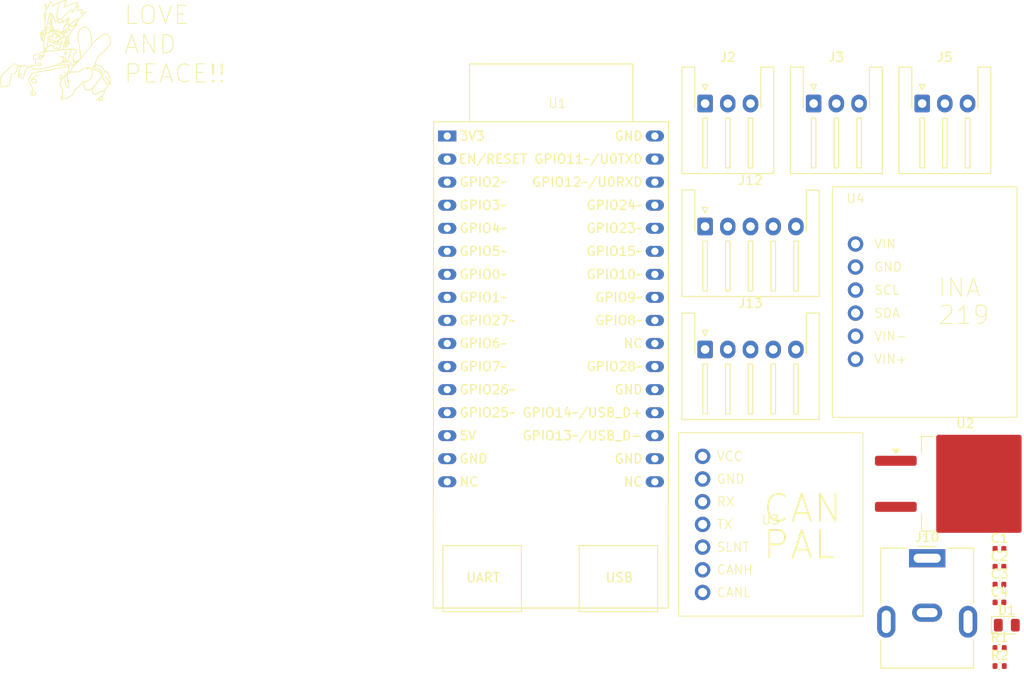
<source format=kicad_pcb>
(kicad_pcb (version 20241229) (generator "pcbnew") (generator_version "9.0")
  (layers (0 "F.Cu" signal) (2 "B.Cu" signal) (13 "F.Paste" user) (15 "B.Paste" user) (5 "F.SilkS" user "F.Silkscreen") (7 "B.SilkS" user "B.Silkscreen") (1 "F.Mask" user) (3 "B.Mask" user) (25 "Edge.Cuts" user))
  (net 0 "")
  (net 1 "GND")
  (net 2 "Net-(U2-VI)")
  (net 3 "Net-(D1-A)")
  (net 4 "/SIG1")
  (net 5 "/SIG2")
  (net 6 "+3.3V")
  (net 7 "/B2")
  (net 8 "/IDX2")
  (net 9 "/A2")
  (net 10 "/IDX1")
  (net 11 "/A1")
  (net 12 "/B1")
  (net 13 "/I2C SDA")
  (net 14 "/I2C SCL")
  (net 15 "Net-(U2-ADJ)")
  (net 22 "/CAN TX")
  (net 26 "/CAN RX")
  (net 30 "/WS2812")
  (footprint "Audio_Module:INA219 Breakout" (layer "F.Cu") (at 118.4459 69.245)
    (property "Reference" "U4" (at 0 -5 0) (layer "F.SilkS") (effects (font (thickness 0.1))))
    (property "Value" "ADAFRUIT INA219 BREAKOUT")
    (fp_text user "VIN-" (at 2 10.16 0) (layer "F.SilkS") (effects (font (thickness 0.1)) (justify left)))
    (fp_text user "VIN" (at 2 0 0) (layer "F.SilkS") (effects (font (thickness 0.1)) (justify left)))
    (fp_text user "219" (at 9 9 0) (layer "F.SilkS") (effects (font (size 2 2) (thickness 0.1)) (justify left bottom)))
    (fp_text user "INA" (at 9 6 0) (layer "F.SilkS") (effects (font (size 2 2) (thickness 0.1)) (justify left bottom)))
    (fp_text user "GND" (at 2 2.54 0) (layer "F.SilkS") (effects (font (thickness 0.1)) (justify left)))
    (fp_text user "VIN+" (at 2 12.7 0) (layer "F.SilkS") (effects (font (thickness 0.1)) (justify left)))
    (fp_text user "SDA" (at 2 7.62 0) (layer "F.SilkS") (effects (font (thickness 0.1)) (justify left)))
    (fp_text user "SCL" (at 2 5.08 0) (layer "F.SilkS") (effects (font (thickness 0.1)) (justify left)))
    (pad "1" thru_hole circle (at 0 0) (size 1.7 1.7) (drill 1) (layers "*.Cu" "*.Mask") (net 6 "+3.3V"))
    (pad "2" thru_hole circle (at 0 2.54) (size 1.7 1.7) (drill 1) (layers "*.Cu" "*.Mask") (net 1 "GND"))
    (pad "3" thru_hole circle (at 0 5.08) (size 1.7 1.7) (drill 1) (layers "*.Cu" "*.Mask") (net 14 "/I2C SCL"))
    (pad "4" thru_hole circle (at 0 7.62) (size 1.7 1.7) (drill 1) (layers "*.Cu" "*.Mask") (net 13 "/I2C SDA"))
    (pad "5" thru_hole circle (at 0 10.16) (size 1.7 1.7) (drill 1) (layers "*.Cu" "*.Mask"))
    (pad "6" thru_hole circle (at 0 12.7) (size 1.7 1.7) (drill 1) (layers "*.Cu" "*.Mask"))
  )
  (footprint "Audio_Module:canpal" (layer "F.Cu") (at 109.1059 100.145)
    (property "Reference" "U3" (at 0 -0.5 0) (layer "F.SilkS") (effects (font (thickness 0.1))))
    (property "Value" "Adafruit CANPAL")
    (fp_text user "CAN " (at -1 0 0) (layer "F.SilkS") (effects (font (size 3 3) (thickness 0.2) (bold yes)) (justify left bottom)))
    (fp_text user "RX" (at -6 -2.5 0) (layer "F.SilkS") (effects (font (thickness 0.1)) (justify left)))
    (fp_text user "CANL" (at -6 7.5 0) (layer "F.SilkS") (effects (font (thickness 0.1)) (justify left)))
    (fp_text user "VCC" (at -6 -7.5 0) (layer "F.SilkS") (effects (font (thickness 0.1)) (justify left)))
    (fp_text user "GND" (at -6 -5 0) (layer "F.SilkS") (effects (font (thickness 0.1)) (justify left)))
    (fp_text user "PAL" (at -1 4 0) (layer "F.SilkS") (effects (font (size 3 3) (thickness 0.2) (bold yes)) (justify left bottom)))
    (fp_text user "CANH" (at -6 5 0) (layer "F.SilkS") (effects (font (thickness 0.1)) (justify left)))
    (fp_text user "TX" (at -6 0 0) (layer "F.SilkS") (effects (font (thickness 0.1)) (justify left)))
    (fp_text user "SLNT" (at -6 2.5 0) (layer "F.SilkS") (effects (font (thickness 0.1)) (justify left)))
    (pad "1" thru_hole circle (at -7.5 -7.5) (size 1.7 1.7) (drill 1) (layers "*.Cu" "*.Mask") (net 6 "+3.3V"))
    (pad "2" thru_hole circle (at -7.5 -5) (size 1.7 1.7) (drill 1) (layers "*.Cu" "*.Mask") (net 1 "GND"))
    (pad "3" thru_hole circle (at -7.5 -2.5) (size 1.7 1.7) (drill 1) (layers "*.Cu" "*.Mask") (net 26 "/CAN RX"))
    (pad "4" thru_hole circle (at -7.5 0) (size 1.7 1.7) (drill 1) (layers "*.Cu" "*.Mask") (net 22 "/CAN TX"))
    (pad "5" thru_hole circle (at -7.5 2.5) (size 1.7 1.7) (drill 1) (layers "*.Cu" "*.Mask"))
    (pad "6" thru_hole circle (at -7.5 5) (size 1.7 1.7) (drill 1) (layers "*.Cu" "*.Mask"))
    (pad "7" thru_hole circle (at -7.5 7.5) (size 1.7 1.7) (drill 1) (layers "*.Cu" "*.Mask"))
  )
  (footprint "Capacitor_SMD:C_0402_1005Metric" (layer "F.Cu") (at 134.2909 102.83)
    (property "Reference" "C1" (at 0 -1.16 0) (layer "F.SilkS"))
    (property "Value" "0.1µ")
    (pad "1" smd roundrect (at -0.48 0) (size 0.56 0.62) (layers "F.Cu" "F.Mask" "F.Paste") (net 2 "Net-(U2-VI)"))
    (pad "2" smd roundrect (at 0.48 0) (size 0.56 0.62) (layers "F.Cu" "F.Mask" "F.Paste") (net 1 "GND"))
  )
  (footprint "Connector_BarrelJack:BarrelJack_CUI_PJ-063AH_Horizontal" (layer "F.Cu") (at 126.3309 103.87)
    (property "Reference" "J10" (at 0 -2.3 0) (layer "F.SilkS"))
    (property "Value" "Barrel_Jack")
    (pad "" np_thru_hole circle (at 0 9) (size 1.6 1.6) (drill 1.6) (layers "*.Cu" "*.Mask"))
    (pad "1" thru_hole rect (at 0 0) (size 4 2) (drill oval 3 1) (layers "*.Cu" "*.Mask") (net 2 "Net-(U2-VI)"))
    (pad "2" thru_hole oval (at 0 6) (size 3.3 2) (drill oval 2.3 1) (layers "*.Cu" "*.Mask") (net 1 "GND"))
    (pad "MP" thru_hole oval (at -4.5 7) (size 2 3.5) (drill oval 1 2.5) (layers "*.Cu" "*.Mask"))
    (pad "MP" thru_hole oval (at 4.5 7) (size 2 3.5) (drill oval 1 2.5) (layers "*.Cu" "*.Mask"))
  )
  (footprint "Connector_JST:JST_XH_S3B-XH-A-1_1x03_P2.50mm_Horizontal" (layer "F.Cu") (at 113.8309 53.77)
    (property "Reference" "J3" (at 2.5 -5.1 0) (layer "F.SilkS"))
    (property "Value" "Conn_01x03")
    (pad "1" thru_hole roundrect (at 0 0) (size 1.7 1.95) (drill 0.95) (layers "*.Cu" "*.Mask") (roundrect_rratio 0.147059) (net 6 "+3.3V"))
    (pad "2" thru_hole oval (at 2.5 0) (size 1.7 1.95) (drill 0.95) (layers "*.Cu" "*.Mask") (net 5 "/SIG2"))
    (pad "3" thru_hole oval (at 5 0) (size 1.7 1.95) (drill 0.95) (layers "*.Cu" "*.Mask") (net 1 "GND"))
  )
  (footprint "Diode_SMD:D_0805_2012Metric" (layer "F.Cu") (at 135.1009 111.245)
    (property "Reference" "D1" (at 0 -1.65 0) (layer "F.SilkS"))
    (property "Value" "D")
    (pad "1" smd roundrect (at -0.9375 0) (size 0.975 1.4) (layers "F.Cu" "F.Mask" "F.Paste") (net 6 "+3.3V"))
    (pad "2" smd roundrect (at 0.9375 0) (size 0.975 1.4) (layers "F.Cu" "F.Mask" "F.Paste") (net 3 "Net-(D1-A)"))
  )
  (footprint "Resistor_SMD:R_0402_1005Metric" (layer "F.Cu") (at 134.3109 115.75)
    (property "Reference" "R2" (at 0 -1.17 0) (layer "F.SilkS"))
    (property "Value" "240")
    (pad "1" smd roundrect (at -0.51 0) (size 0.54 0.64) (layers "F.Cu" "F.Mask" "F.Paste") (net 15 "Net-(U2-ADJ)"))
    (pad "2" smd roundrect (at 0.51 0) (size 0.54 0.64) (layers "F.Cu" "F.Mask" "F.Paste") (net 3 "Net-(D1-A)"))
  )
  (footprint "Connector_JST:JST_XH_S5B-XH-A-1_1x05_P2.50mm_Horizontal" (layer "F.Cu") (at 101.8809 80.87)
    (property "Reference" "J13" (at 5 -5.1 0) (layer "F.SilkS"))
    (property "Value" "Conn_01x05")
    (pad "1" thru_hole roundrect (at 0 0) (size 1.7 1.95) (drill 0.95) (layers "*.Cu" "*.Mask") (roundrect_rratio 0.147059) (net 6 "+3.3V"))
    (pad "2" thru_hole oval (at 2.5 0) (size 1.7 1.95) (drill 0.95) (layers "*.Cu" "*.Mask") (net 12 "/B1"))
    (pad "3" thru_hole oval (at 5 0) (size 1.7 1.95) (drill 0.95) (layers "*.Cu" "*.Mask") (net 11 "/A1"))
    (pad "4" thru_hole oval (at 7.5 0) (size 1.7 1.95) (drill 0.95) (layers "*.Cu" "*.Mask") (net 10 "/IDX1"))
    (pad "5" thru_hole oval (at 10 0) (size 1.7 1.95) (drill 0.95) (layers "*.Cu" "*.Mask") (net 1 "GND"))
  )
  (footprint "Connector_JST:JST_XH_S3B-XH-A-1_1x03_P2.50mm_Horizontal" (layer "F.Cu") (at 101.8809 53.77)
    (property "Reference" "J2" (at 2.5 -5.1 0) (layer "F.SilkS"))
    (property "Value" "Conn_01x03")
    (pad "1" thru_hole roundrect (at 0 0) (size 1.7 1.95) (drill 0.95) (layers "*.Cu" "*.Mask") (roundrect_rratio 0.147059) (net 6 "+3.3V"))
    (pad "2" thru_hole oval (at 2.5 0) (size 1.7 1.95) (drill 0.95) (layers "*.Cu" "*.Mask") (net 4 "/SIG1"))
    (pad "3" thru_hole oval (at 5 0) (size 1.7 1.95) (drill 0.95) (layers "*.Cu" "*.Mask") (net 1 "GND"))
  )
  (footprint "PCM_Espressif:ESP32-C5-DevKitC-1" (layer "F.Cu") (at 73.44782 57.355)
    (property "Reference" "U1" (at 12.15808 -3.59608 0) (layer "F.SilkS") (effects (font (thickness 0.1))))
    (property "Value" "ESP32-C5-DevKitC-1")
    (fp_text user "GPIO23~" (at 21.62988 10.15532 0) (layer "F.SilkS") (effects (justify right)))
    (fp_text user "GPIO8~" (at 21.62988 20.31532 0) (layer "F.SilkS") (effects (justify right)))
    (fp_text user "EN/RESET" (at 8.9262 2.53532 0) (layer "F.SilkS") (effects (justify right)))
    (fp_text user "GND" (at 21.62988 27.93532 0) (layer "F.SilkS") (effects (justify right)))
    (fp_text user "GPIO24~" (at 21.62988 7.61532 0) (layer "F.SilkS") (effects (justify right)))
    (fp_text user "NC" (at 21.62988 38.09532 0) (layer "F.SilkS") (effects (justify right)))
    (fp_text user "GND" (at 21.62988 35.55532 0) (layer "F.SilkS") (effects (justify right)))
    (fp_text user "GPIO25~" (at 1.30988 30.47532 0) (layer "F.SilkS") (effects (justify left)))
    (fp_text user "NC" (at 21.62988 22.85532 0) (layer "F.SilkS") (effects (justify right)))
    (fp_text user "GPIO0~" (at 1.30988 15.23532 0) (layer "F.SilkS") (effects (justify left)))
    (fp_text user "GPIO13~/USB_D-" (at 21.62988 33.01532 0) (layer "F.SilkS") (effects (justify right)))
    (fp_text user "GPIO15~" (at 21.62988 12.69532 0) (layer "F.SilkS") (effects (justify right)))
    (fp_text user "GPIO11~/U0TXD" (at 21.62988 2.53532 0) (layer "F.SilkS") (effects (justify right)))
    (fp_text user "GPIO28~" (at 21.62988 25.39532 0) (layer "F.SilkS") (effects (justify right)))
    (fp_text user "GND" (at 1.30988 35.55532 0) (layer "F.SilkS") (effects (justify left)))
    (fp_text user "GPIO2~" (at 1.30988 5.07532 0) (layer "F.SilkS") (effects (justify left)))
    (fp_text user "5V" (at 1.30988 33.01532 0) (layer "F.SilkS") (effects (justify left)))
    (fp_text user "GPIO1~" (at 1.30988 17.77532 0) (layer "F.SilkS") (effects (justify left)))
    (fp_text user "GPIO10~" (at 21.62988 15.23532 0) (layer "F.SilkS") (effects (justify right)))
    (fp_text user "UART" (at 3.99168 49.22892 0) (layer "F.SilkS") (effects (justify bottom)))
    (fp_text user "GPIO4~" (at 1.30988 10.15532 0) (layer "F.SilkS") (effects (justify left)))
    (fp_text user "3V3" (at 1.30988 -0.00468 0) (layer "F.SilkS") (effects (justify left)))
    (fp_text user "NC" (at 1.30988 38.09532 0) (layer "F.SilkS") (effects (justify left)))
    (fp_text user "GPIO12~/U0RXD" (at 21.62988 5.07532 0) (layer "F.SilkS") (effects (justify right)))
    (fp_text user "GPIO27~" (at 1.30988 20.31532 0) (layer "F.SilkS") (effects (justify left)))
    (fp_text user "GPIO9~" (at 21.62988 17.77532 0) (layer "F.SilkS") (effects (justify right)))
    (fp_text user "GPIO6~" (at 1.30988 22.85532 0) (layer "F.SilkS") (effects (justify left)))
    (fp_text user "USB" (at 18.99168 49.22892 0) (layer "F.SilkS") (effects (justify bottom)))
    (fp_text user "GPIO7~" (at 1.30988 25.39532 0) (layer "F.SilkS") (effects (justify left)))
    (fp_text user "GPIO14~/USB_D+" (at 21.62988 30.47532 0) (layer "F.SilkS") (effects (justify right)))
    (fp_text user "GPIO26~" (at 1.30988 27.93532 0) (layer "F.SilkS") (effects (justify left)))
    (fp_text user "GND" (at 21.62988 -0.00468 0) (layer "F.SilkS") (effects (justify right)))
    (fp_text user "GPIO3~" (at 1.30988 7.61532 0) (layer "F.SilkS") (effects (justify left)))
    (fp_text user "GPIO5~" (at 1.30988 12.69532 0) (layer "F.SilkS") (effects (justify left)))
    (pad "1" thru_hole rect (at 0.03988 -0.00468 270) (size 1.2 2) (drill 0.8) (layers "*.Cu" "*.Mask") (net 6 "+3.3V"))
    (pad "2" thru_hole oval (at 0.03988 2.53532 270) (size 1.2 2) (drill 0.8) (layers "*.Cu" "*.Mask"))
    (pad "3" thru_hole oval (at 0.03988 5.07532 270) (size 1.2 2) (drill 0.8) (layers "*.Cu" "*.Mask") (net 5 "/SIG2"))
    (pad "4" thru_hole oval (at 0.03988 7.61532 270) (size 1.2 2) (drill 0.8) (layers "*.Cu" "*.Mask") (net 7 "/B2"))
    (pad "5" thru_hole oval (at 0.03988 10.15532 270) (size 1.2 2) (drill 0.8) (layers "*.Cu" "*.Mask") (net 22 "/CAN TX"))
    (pad "6" thru_hole oval (at 0.03988 12.69532 270) (size 1.2 2) (drill 0.8) (layers "*.Cu" "*.Mask") (net 26 "/CAN RX"))
    (pad "7" thru_hole oval (at 0.03988 15.23532 270) (size 1.2 2) (drill 0.8) (layers "*.Cu" "*.Mask") (net 30 "/WS2812"))
    (pad "8" thru_hole oval (at 0.03988 17.77532 270) (size 1.2 2) (drill 0.8) (layers "*.Cu" "*.Mask") (net 4 "/SIG1"))
    (pad "9" thru_hole oval (at 0.03988 20.31532 270) (size 1.2 2) (drill 0.8) (layers "*.Cu" "*.Mask"))
    (pad "10" thru_hole oval (at 0.03988 22.85532 270) (size 1.2 2) (drill 0.8) (layers "*.Cu" "*.Mask") (net 13 "/I2C SDA"))
    (pad "11" thru_hole oval (at 0.03988 25.39532 270) (size 1.2 2) (drill 0.8) (layers "*.Cu" "*.Mask") (net 14 "/I2C SCL"))
    (pad "12" thru_hole oval (at 0.03988 27.93532 270) (size 1.2 2) (drill 0.8) (layers "*.Cu" "*.Mask"))
    (pad "13" thru_hole oval (at 0.03988 30.47532 270) (size 1.2 2) (drill 0.8) (layers "*.Cu" "*.Mask"))
    (pad "14" thru_hole oval (at 0.03988 33.01532 270) (size 1.2 2) (drill 0.8) (layers "*.Cu" "*.Mask"))
    (pad "15" thru_hole oval (at 0.03988 35.55532 270) (size 1.2 2) (drill 0.8) (layers "*.Cu" "*.Mask") (net 1 "GND"))
    (pad "16" thru_hole oval (at 0.03988 38.09532 270) (size 1.2 2) (drill 0.8) (layers "*.Cu" "*.Mask"))
    (pad "17" thru_hole oval (at 22.89988 38.09532 270) (size 1.2 2) (drill 0.8) (layers "*.Cu" "*.Mask"))
    (pad "18" thru_hole oval (at 22.89988 35.55532 270) (size 1.2 2) (drill 0.8) (layers "*.Cu" "*.Mask") (net 1 "GND"))
    (pad "19" thru_hole oval (at 22.89988 33.01532 270) (size 1.2 2) (drill 0.8) (layers "*.Cu" "*.Mask"))
    (pad "20" thru_hole oval (at 22.89988 30.47532 270) (size 1.2 2) (drill 0.8) (layers "*.Cu" "*.Mask"))
    (pad "21" thru_hole oval (at 22.89988 27.93532 270) (size 1.2 2) (drill 0.8) (layers "*.Cu" "*.Mask") (net 1 "GND"))
    (pad "22" thru_hole oval (at 22.89988 25.39532 270) (size 1.2 2) (drill 0.8) (layers "*.Cu" "*.Mask"))
    (pad "23" thru_hole oval (at 22.89988 22.85532 270) (size 1.2 2) (drill 0.8) (layers "*.Cu" "*.Mask"))
    (pad "24" thru_hole oval (at 22.89988 20.31532 270) (size 1.2 2) (drill 0.8) (layers "*.Cu" "*.Mask") (net 10 "/IDX1"))
    (pad "25" thru_hole oval (at 22.89988 17.77532 270) (size 1.2 2) (drill 0.8) (layers "*.Cu" "*.Mask") (net 8 "/IDX2"))
    (pad "26" thru_hole oval (at 22.89988 15.23532 270) (size 1.2 2) (drill 0.8) (layers "*.Cu" "*.Mask") (net 11 "/A1"))
    (pad "27" thru_hole oval (at 22.89988 12.69532 270) (size 1.2 2) (drill 0.8) (layers "*.Cu" "*.Mask"))
    (pad "28" thru_hole oval (at 22.89988 10.15532 270) (size 1.2 2) (drill 0.8) (layers "*.Cu" "*.Mask") (net 9 "/A2"))
    (pad "29" thru_hole oval (at 22.89988 7.61532 270) (size 1.2 2) (drill 0.8) (layers "*.Cu" "*.Mask") (net 12 "/B1"))
    (pad "30" thru_hole oval (at 22.89988 5.07532 270) (size 1.2 2) (drill 0.8) (layers "*.Cu" "*.Mask"))
    (pad "31" thru_hole oval (at 22.89988 2.53532 270) (size 1.2 2) (drill 0.8) (layers "*.Cu" "*.Mask"))
    (pad "32" thru_hole oval (at 22.89988 -0.00468 270) (size 1.2 2) (drill 0.8) (layers "*.Cu" "*.Mask") (net 1 "GND"))
  )
  (footprint "Package_TO_SOT_SMD:TO-263-2" (layer "F.Cu") (at 130.5309 95.67)
    (property "Reference" "U2" (at 0 -6.65 0) (layer "F.SilkS"))
    (property "Value" "LM317_TO-263")
    (pad "1" smd roundrect (at -7.65 -2.54) (size 4.6 1.1) (layers "F.Cu" "F.Mask" "F.Paste") (roundrect_rratio 0.227273) (net 15 "Net-(U2-ADJ)"))
    (pad "2" smd roundrect (at 1.5 0) (size 9.4 10.8) (layers "F.Cu" "F.Mask") (roundrect_rratio 0.026596) (net 3 "Net-(D1-A)"))
    (pad "3" smd roundrect (at -7.65 2.54) (size 4.6 1.1) (layers "F.Cu" "F.Mask" "F.Paste") (roundrect_rratio 0.227273) (net 2 "Net-(U2-VI)"))
  )
  (footprint "Connector_JST:JST_XH_S3B-XH-A-1_1x03_P2.50mm_Horizontal" (layer "F.Cu") (at 125.7809 53.77)
    (property "Reference" "J5" (at 2.5 -5.1 0) (layer "F.SilkS"))
    (property "Value" "Conn_01x03")
    (pad "1" thru_hole roundrect (at 0 0) (size 1.7 1.95) (drill 0.95) (layers "*.Cu" "*.Mask") (roundrect_rratio 0.147059) (net 6 "+3.3V"))
    (pad "2" thru_hole oval (at 2.5 0) (size 1.7 1.95) (drill 0.95) (layers "*.Cu" "*.Mask") (net 30 "/WS2812"))
    (pad "3" thru_hole oval (at 5 0) (size 1.7 1.95) (drill 0.95) (layers "*.Cu" "*.Mask") (net 1 "GND"))
  )
  (footprint "Connector_JST:JST_XH_S5B-XH-A-1_1x05_P2.50mm_Horizontal" (layer "F.Cu") (at 101.8809 67.32)
    (property "Reference" "J12" (at 5 -5.1 0) (layer "F.SilkS"))
    (property "Value" "Conn_01x05")
    (pad "1" thru_hole roundrect (at 0 0) (size 1.7 1.95) (drill 0.95) (layers "*.Cu" "*.Mask") (roundrect_rratio 0.147059) (net 6 "+3.3V"))
    (pad "2" thru_hole oval (at 2.5 0) (size 1.7 1.95) (drill 0.95) (layers "*.Cu" "*.Mask") (net 7 "/B2"))
    (pad "3" thru_hole oval (at 5 0) (size 1.7 1.95) (drill 0.95) (layers "*.Cu" "*.Mask") (net 9 "/A2"))
    (pad "4" thru_hole oval (at 7.5 0) (size 1.7 1.95) (drill 0.95) (layers "*.Cu" "*.Mask") (net 8 "/IDX2"))
    (pad "5" thru_hole oval (at 10 0) (size 1.7 1.95) (drill 0.95) (layers "*.Cu" "*.Mask") (net 1 "GND"))
  )
  (footprint "Capacitor_SMD:C_0402_1005Metric" (layer "F.Cu") (at 134.2909 104.8)
    (property "Reference" "C2" (at 0 -1.16 0) (layer "F.SilkS"))
    (property "Value" "1µ")
    (pad "1" smd roundrect (at -0.48 0) (size 0.56 0.62) (layers "F.Cu" "F.Mask" "F.Paste") (net 3 "Net-(D1-A)"))
    (pad "2" smd roundrect (at 0.48 0) (size 0.56 0.62) (layers "F.Cu" "F.Mask" "F.Paste") (net 1 "GND"))
  )
  (footprint "Resistor_SMD:R_0402_1005Metric" (layer "F.Cu") (at 134.3109 113.76)
    (property "Reference" "R1" (at 0 -1.17 0) (layer "F.SilkS"))
    (property "Value" "390")
    (pad "1" smd roundrect (at -0.51 0) (size 0.54 0.64) (layers "F.Cu" "F.Mask" "F.Paste") (net 1 "GND"))
    (pad "2" smd roundrect (at 0.51 0) (size 0.54 0.64) (layers "F.Cu" "F.Mask" "F.Paste") (net 15 "Net-(U2-ADJ)"))
  )
  (footprint "Capacitor_SMD:C_0402_1005Metric" (layer "F.Cu") (at 134.2909 108.74)
    (property "Reference" "C4" (at 0 -1.16 0) (layer "F.SilkS"))
    (property "Value" "0.1µ")
    (pad "1" smd roundrect (at -0.48 0) (size 0.56 0.62) (layers "F.Cu" "F.Mask" "F.Paste") (net 5 "/SIG2"))
    (pad "2" smd roundrect (at 0.48 0) (size 0.56 0.62) (layers "F.Cu" "F.Mask" "F.Paste") (net 1 "GND"))
  )
  (footprint "Capacitor_SMD:C_0402_1005Metric" (layer "F.Cu") (at 134.2909 106.77)
    (property "Reference" "C3" (at 0 -1.16 0) (layer "F.SilkS"))
    (property "Value" "0.1µ")
    (pad "1" smd roundrect (at -0.48 0) (size 0.56 0.62) (layers "F.Cu" "F.Mask" "F.Paste") (net 4 "/SIG1"))
    (pad "2" smd roundrect (at 0.48 0) (size 0.56 0.62) (layers "F.Cu" "F.Mask" "F.Paste") (net 1 "GND"))
  )
  (gr_line (start 31.715149 50.27106) (end 31.958359 50.288039) (stroke (width 0.082499)) (layer "F.SilkS"))
  (gr_line (start 31.001995 53.191548) (end 31.114805 53.409256) (stroke (width 0.082499)) (layer "F.SilkS"))
  (gr_poly (pts (xy 28.708049 49.356636) (xy 28.75301 49.420528) (xy 28.750644 49.498618) (xy 28.724614 49.593673) (xy 28.622858 49.635869) (xy 28.524814 49.626405) (xy 28.447744 49.553046) (xy 28.438278 49.413428) (xy 28.524814 49.314329) (xy 28.625225 49.314329)) (stroke (width 0.082499)) (fill no) (layer "F.SilkS"))
  (gr_line (start 29.75906 45.866108) (end 29.907984 45.814235) (stroke (width 0.082499)) (layer "F.SilkS"))
  (gr_line (start 29.07484 48.076413) (end 31.114683 47.830308) (stroke (width 0.082499)) (layer "F.SilkS"))
  (gr_line (start 34.227971 46.011869) (end 34.309454 46.667172) (stroke (width 0.082499)) (layer "F.SilkS"))
  (gr_curve (pts (xy 34.867925 49.873847) (xy 34.98309 49.917676) (xy 35.098256 49.961502) (xy 35.213421 50.00533)) (stroke (width 0.082499)) (layer "F.SilkS"))
  (gr_line (start 28.803604 46.721167) (end 28.877229 46.834951) (stroke (width 0.082499)) (layer "F.SilkS"))
  (gr_line (start 35.612919 50.61494) (end 34.651242 51.797079) (stroke (width 0.082499)) (layer "F.SilkS"))
  (gr_line (start 32.709093 45.104757) (end 32.12009 45.753998) (stroke (width 0.082499)) (layer "F.SilkS"))
  (gr_line (start 30.019107 45.679285) (end 30.286441 45.814126) (stroke (width 0.082499)) (layer "F.SilkS"))
  (gr_line (start 31.02575 44.478941) (end 31.578469 43.863167) (stroke (width 0.082499)) (layer "F.SilkS"))
  (gr_line (start 32.940863 51.856891) (end 32.880143 51.965744) (stroke (width 0.082499)) (layer "F.SilkS"))
  (gr_line (start 36.235709 51.378878) (end 36.081047 51.104375) (stroke (width 0.082499)) (layer "F.SilkS"))
  (gr_line (start 31.18376 53.082692) (end 31.458026 53.22941) (stroke (width 0.082499)) (layer "F.SilkS"))
  (gr_line (start 27.631333 52.776096) (end 27.598204 52.600983) (stroke (width 0.082499)) (layer "F.SilkS"))
  (gr_line (start 31.114683 47.830308) (end 31.938193 47.754582) (stroke (width 0.082499)) (layer "F.SilkS"))
  (gr_line (start 25.529964 50.49961) (end 25.255461 51.805866) (stroke (width 0.082499)) (layer "F.SilkS"))
  (gr_line (start 32.797777 43.533527) (end 33.088267 43.440621) (stroke (width 0.082499)) (layer "F.SilkS"))
  (gr_line (start 25.529964 50.49961) (end 25.955918 50.410092) (stroke (width 0.082499)) (layer "F.SilkS"))
  (gr_line (start 32.525062 49.244939) (end 32.605521 49.283279) (stroke (width 0.082499)) (layer "F.SilkS"))
  (gr_line (start 31.684617 47.777898) (end 31.170165 47.825203) (stroke (width 0.082499)) (layer "F.SilkS"))
  (gr_line (start 29.916351 47.341958) (end 30.018423 47.358694) (stroke (width 0.082499)) (layer "F.SilkS"))
  (gr_line (start 32.141705 42.785125) (end 32.572391 42.699934) (stroke (width 0.082499)) (layer "F.SilkS"))
  (gr_line (start 30.353083 45.854814) (end 29.933084 45.200134) (stroke (width 0.082499)) (layer "F.SilkS"))
  (gr_line (start 25.832864 49.363736) (end 26.400802 49.647705) (stroke (width 0.082499)) (layer "F.SilkS"))
  (gr_line (start 33.89491 52.285684) (end 33.62049 52.220151) (stroke (width 0.082499)) (layer "F.SilkS"))
  (gr_line (start 33.642128 45.358741) (end 33.96396 45.529122) (stroke (width 0.082499)) (layer "F.SilkS"))
  (gr_line (start 28.566064 48.675113) (end 28.644156 48.729284) (stroke (width 0.082499)) (layer "F.SilkS"))
  (gr_line (start 31.976185 44.997888) (end 31.822242 45.14157) (stroke (width 0.082499)) (layer "F.SilkS"))
  (gr_line (start 31.768697 49.825146) (end 31.78543 49.953988) (stroke (width 0.082499)) (layer "F.SilkS"))
  (gr_line (start 29.571787 46.616339) (end 29.808026 46.718095) (stroke (width 0.082499)) (layer "F.SilkS"))
  (gr_line (start 29.303922 45.933262) (end 29.302249 46.204116) (stroke (width 0.082499)) (layer "F.SilkS"))
  (gr_line (start 33.945026 47.795687) (end 34.730674 46.841053) (stroke (width 0.082499)) (layer "F.SilkS"))
  (gr_line (start 33.96396 45.529122) (end 34.227971 46.011869) (stroke (width 0.082499)) (layer "F.SilkS"))
  (gr_line (start 31.690929 47.1364) (end 31.339492 47.110916) (stroke (width 0.082499)) (layer "F.SilkS"))
  (gr_curve (pts (xy 31.866019 47.831489) (xy 31.805552 47.813624) (xy 31.745085 47.795762) (xy 31.684617 47.777898)) (stroke (width 0.082499)) (layer "F.SilkS"))
  (gr_line (start 31.690929 47.1364) (end 31.722722 47.114267) (stroke (width 0.082499)) (layer "F.SilkS"))
  (gr_line (start 30.828301 48.568493) (end 31.408286 48.681657) (stroke (width 0.082499)) (layer "F.SilkS"))
  (gr_line (start 26.254085 49.680833) (end 26.594161 49.604046) (stroke (width 0.082499)) (layer "F.SilkS"))
  (gr_line (start 33.088535 48.151946) (end 32.965335 47.327591) (stroke (width 0.082499)) (layer "F.SilkS"))
  (gr_line (start 27.598204 52.600983) (end 27.863241 52.222357) (stroke (width 0.082499)) (layer "F.SilkS"))
  (gr_line (start 24.285234 51.285258) (end 24.384624 50.684192) (stroke (width 0.082499)) (layer "F.SilkS"))
  (gr_line (start 31.957125 48.1758) (end 32.042316 48.080535) (stroke (width 0.082499)) (layer "F.SilkS"))
  (gr_line (start 35.364069 50.465133) (end 35.497934 50.756287) (stroke (width 0.082499)) (layer "F.SilkS"))
  (gr_line (start 28.71994 48.966738) (end 28.428785 48.809448) (stroke (width 0.082499)) (layer "F.SilkS"))
  (gr_line (start 31.114805 53.409256) (end 31.18376 53.082692) (stroke (width 0.082499)) (layer "F.SilkS"))
  (gr_line (start 30.156289 47.12748) (end 30.318618 47.203206) (stroke (width 0.082499)) (layer "F.SilkS"))
  (gr_line (start 31.136188 47.010648) (end 31.169654 46.953757) (stroke (width 0.082499)) (layer "F.SilkS"))
  (gr_line (start 25.955918 50.410092) (end 26.254085 49.680833) (stroke (width 0.082499)) (layer "F.SilkS"))
  (gr_line (start 29.571787 46.616337) (end 29.418917 47.428013) (stroke (width 0.082499)) (layer "F.SilkS"))
  (gr_line (start 29.169497 45.620081) (end 29.202162 44.384817) (stroke (width 0.082499)) (layer "F.SilkS"))
  (gr_line (start 30.586214 46.171452) (end 30.707663 46.232978) (stroke (width 0.082499)) (layer "F.SilkS"))
  (gr_line (start 34.867926 53.366661) (end 35.317544 53.186815) (stroke (width 0.082499)) (layer "F.SilkS"))
  (gr_line (start 34.602888 49.888045) (end 34.811131 49.514152) (stroke (width 0.082499)) (layer "F.SilkS"))
  (gr_line (start 34.22797 52.275764) (end 33.894909 52.285686) (stroke (width 0.082499)) (layer "F.SilkS"))
  (gr_line (start 30.804873 47.044115) (end 31.02575 47.055829) (stroke (width 0.082499)) (layer "F.SilkS"))
  (gr_curve (pts (xy 31.218927 50.855542) (xy 31.146616 50.97635) (xy 31.074305 51.097156) (xy 31.001995 51.217965)) (stroke (width 0.082499)) (layer "F.SilkS"))
  (gr_line (start 29.755714 47.38714) (end 29.916351 47.341958) (stroke (width 0.082499)) (layer "F.SilkS"))
  (gr_line (start 31.19308 44.612805) (end 30.694436 44.925213) (stroke (width 0.082499)) (layer "F.SilkS"))
  (gr_line (start 28.620492 48.4929) (end 28.566064 48.570992) (stroke (width 0.082499)) (layer "F.SilkS"))
  (gr_line (start 31.133736 52.331131) (end 31.129003 52.633076) (stroke (width 0.082499)) (layer "F.SilkS"))
  (gr_line (start 34.651242 51.797082) (end 34.22797 52.275764) (stroke (width 0.082499)) (layer "F.SilkS"))
  (gr_line (start 30.771408 49.351594) (end 30.507026 49.438605) (stroke (width 0.082499)) (layer "F.SilkS"))
  (gr_line (start 30.068621 46.056865) (end 30.065276 46.172322) (stroke (width 0.082499)) (layer "F.SilkS"))
  (gr_line (start 31.518822 51.797079) (end 31.412687 51.341941) (stroke (width 0.082499)) (layer "F.SilkS"))
  (gr_line (start 31.039469 52.903363) (end 31.18376 53.082692) (stroke (width 0.082499)) (layer "F.SilkS"))
  (gr_line (start 35.558112 53.305135) (end 35.317544 53.466051) (stroke (width 0.082499)) (layer "F.SilkS"))
  (gr_line (start 32.153556 43.746035) (end 32.700255 43.075516) (stroke (width 0.082499)) (layer "F.SilkS"))
  (gr_line (start 32.820864 44.349321) (end 32.326284 44.780006) (stroke (width 0.082499)) (layer "F.SilkS"))
  (gr_line (start 29.808026 46.718093) (end 29.791862 47.006796) (stroke (width 0.082499)) (layer "F.SilkS"))
  (gr_line (start 31.84827 48.606487) (end 31.902685 48.346182) (stroke (width 0.082499)) (layer "F.SilkS"))
  (gr_line (start 31.656538 50.891481) (end 31.67293 51.443988) (stroke (width 0.082499)) (layer "F.SilkS"))
  (gr_line (start 34.417176 52.331129) (end 34.651244 51.797079) (stroke (width 0.082499)) (layer "F.SilkS"))
  (gr_line (start 31.838285 51.790387) (end 31.915137 51.957717) (stroke (width 0.082499)) (layer "F.SilkS"))
  (gr_curve (pts (xy 32.435261 52.528954) (xy 32.339026 52.645136) (xy 32.242793 52.761321) (xy 32.146558 52.877504)) (stroke (width 0.082499)) (layer "F.SilkS"))
  (gr_poly (pts (xy 30.547084 46.36174) (xy 30.395958 46.63706) (xy 30.483452 46.234477)) (stroke (width 0.069324)) (fill no) (layer "F.SilkS"))
  (gr_line (start 31.173845 49.155492) (end 31.254302 49.138928) (stroke (width 0.082499)) (layer "F.SilkS"))
  (gr_line (start 32.000516 49.295994) (end 31.768697 49.825146) (stroke (width 0.082499)) (layer "F.SilkS"))
  (gr_line (start 31.860102 47.172444) (end 31.680255 47.326735) (stroke (width 0.082499)) (layer "F.SilkS"))
  (gr_line (start 34.349681 50.058424) (end 34.385178 50.157814) (stroke (width 0.082499)) (layer "F.SilkS"))
  (gr_poly (pts (xy 28.145997 52.497404) (xy 28.196196 52.589436) (xy 28.189503 52.688159) (xy 28.18077 52.701807) (xy 28.161057 52.732083) (xy 28.150121 52.748457) (xy 28.140088 52.762987) (xy 28.132173 52.773674) (xy 28.129389 52.776951) (xy 28.127591 52.778517) (xy 28.12193 52.782281) (xy 28.111172 52.790125) (xy 28.081575 52.812401) (xy 28.040579 52.843776) (xy 27.943528 52.84712) (xy 27.908388 52.823692) (xy 27.910061 52.763454) (xy 27.851496 52.728316) (xy 27.79795 52.647997) (xy 27.80297 52.544252) (xy 27.84313 52.484015) (xy 27.895002 52.480671) (xy 28.070698 52.442184)) (stroke (width 0.082499)) (fill no) (layer "F.SilkS"))
  (gr_line (start 31.593876 47.146436) (end 31.483438 47.263566) (stroke (width 0.082499)) (layer "F.SilkS"))
  (gr_line (start 31.339492 47.110916) (end 31.528805 46.708629) (stroke (width 0.082499)) (layer "F.SilkS"))
  (gr_line (start 31.715149 50.271058) (end 31.78543 49.953988) (stroke (width 0.082499)) (layer "F.SilkS"))
  (gr_line (start 31.275601 46.211681) (end 31.25667 46.392369) (stroke (width 0.082499)) (layer "F.SilkS"))
  (gr_curve (pts (xy 34.664629 50.046806) (xy 34.756102 50.074695) (xy 34.847577 50.102582) (xy 34.939051 50.130472)) (stroke (width 0.082499)) (layer "F.SilkS"))
  (gr_line (start 32.828084 46.667172) (end 32.818618 46.153854) (stroke (width 0.082499)) (layer "F.SilkS"))
  (gr_line (start 32.373611 48.265725) (end 32.302619 48.734274) (stroke (width 0.082499)) (layer "F.SilkS"))
  (gr_line (start 32.940865 45.827291) (end 33.088389 45.566986) (stroke (width 0.082499)) (layer "F.SilkS"))
  (gr_line (start 29.418917 47.428013) (end 29.403062 47.619693) (stroke (width 0.082499)) (layer "F.SilkS"))
  (gr_line (start 31.02575 47.055829) (end 31.136188 47.010648) (stroke (width 0.082499)) (layer "F.SilkS"))
  (gr_line (start 30.418342 47.65487) (end 30.502007 47.621403) (stroke (width 0.082499)) (layer "F.SilkS"))
  (gr_line (start 32.880143 51.965744) (end 32.742892 52.0604) (stroke (width 0.082499)) (layer "F.SilkS"))
  (gr_line (start 28.857151 46.416624) (end 28.867191 46.490248) (stroke (width 0.082499)) (layer "F.SilkS"))
  (gr_line (start 35.976498 51.479151) (end 36.040084 52.014608) (stroke (width 0.082499)) (layer "F.SilkS"))
  (gr_line (start 31.713909 45.907942) (end 30.925352 45.986083) (stroke (width 0.082499)) (layer "F.SilkS"))
  (gr_line (start 32.984633 50.240921) (end 33.305908 50.003312) (stroke (width 0.082499)) (layer "F.SilkS"))
  (gr_line (start 28.894995 48.620687) (end 28.906827 48.530764) (stroke (width 0.082499)) (layer "F.SilkS"))
  (gr_line (start 32.245827 49.593675) (end 32.525062 49.244939) (stroke (width 0.082499)) (layer "F.SilkS"))
  (gr_line (start 31.78655 52.038034) (end 31.518822 51.797079) (stroke (width 0.082499)) (layer "F.SilkS"))
  (gr_line (start 32.572391 42.699934) (end 32.809031 42.695202) (stroke (width 0.082499)) (layer "F.SilkS"))
  (gr_line (start 32.059001 50.295065) (end 32.650001 50.294465) (stroke (width 0.082499)) (layer "F.SilkS"))
  (gr_line (start 31.528804 46.708627) (end 31.528805 46.708629) (stroke (width 0.082499)) (layer "F.SilkS"))
  (gr_line (start 30.232605 47.733513) (end 30.294517 47.730169) (stroke (width 0.082499)) (layer "F.SilkS"))
  (gr_line (start 33.291898 51.487732) (end 33.164112 51.65338) (stroke (width 0.082499)) (layer "F.SilkS"))
  (gr_line (start 32.809031 42.695202) (end 32.578575 43.143647) (stroke (width 0.082499)) (layer "F.SilkS"))
  (gr_line (start 29.983541 42.690469) (end 30.034672 43.025747) (stroke (width 0.082499)) (layer "F.SilkS"))
  (gr_line (start 31.980789 47.874857) (end 31.866019 47.831489) (stroke (width 0.082499)) (layer "F.SilkS"))
  (gr_line (start 29.264154 44.399014) (end 29.287818 43.092758) (stroke (width 0.082499)) (layer "F.SilkS"))
  (gr_line (start 31.076943 52.827122) (end 31.001995 52.979608) (stroke (width 0.082499)) (layer "F.SilkS"))
  (gr_line (start 32.283689 45.274592) (end 32.667047 44.995356) (stroke (width 0.082499)) (layer "F.SilkS"))
  (gr_curve (pts (xy 32.796014 49.027707) (xy 32.81284 49.036389) (xy 32.829667 49.045073) (xy 32.846494 49.053754)) (stroke (width 0.082499)) (layer "F.SilkS"))
  (gr_line (start 28.742362 48.449119) (end 28.620492 48.4929) (stroke (width 0.082499)) (layer "F.SilkS"))
  (gr_line (start 30.42193 44.824968) (end 30.211292 44.417946) (stroke (width 0.082499)) (layer "F.SilkS"))
  (gr_line (start 34.530766 49.745431) (end 34.314187 49.959036) (stroke (width 0.082499)) (layer "F.SilkS"))
  (gr_line (start 29.727969 44.057632) (end 29.990102 43.829734) (stroke (width 0.082499)) (layer "F.SilkS"))
  (gr_line (start 29.387207 47.811372) (end 29.109819 47.535107) (stroke (width 0.082499)) (layer "F.SilkS"))
  (gr_line (start 34.74014 49.433245) (end 34.530766 49.745431) (stroke (width 0.082499)) (layer "F.SilkS"))
  (gr_line (start 33.164112 51.65338) (end 32.940863 51.856891) (stroke (width 0.082499)) (layer "F.SilkS"))
  (gr_line (start 30.211292 44.417946) (end 30.110096 44.158184) (stroke (width 0.082499)) (layer "F.SilkS"))
  (gr_line (start 30.548859 46.968815) (end 30.558578 47.241067) (stroke (width 0.082499)) (layer "F.SilkS"))
  (gr_line (start 25.089813 50.02633) (end 25.832864 49.363736) (stroke (width 0.082499)) (layer "F.SilkS"))
  (gr_line (start 29.287818 43.092758) (end 29.197895 42.761461) (stroke (width 0.082499)) (layer "F.SilkS"))
  (gr_line (start 30.925371 46.625806) (end 30.447645 46.033421) (stroke (width 0.082499)) (layer "F.SilkS"))
  (gr_line (start 35.336475 48.340412) (end 35.024108 48.633845) (stroke (width 0.082499)) (layer "F.SilkS"))
  (gr_line (start 31.672928 51.038279) (end 31.640147 50.744681) (stroke (width 0.082499)) (layer "F.SilkS"))
  (gr_line (start 32.610252 47.80191) (end 32.619718 48.095346) (stroke (width 0.082499)) (layer "F.SilkS"))
  (gr_line (start 26.381871 50.007397) (end 26.206757 50.797779) (stroke (width 0.082499)) (layer "F.SilkS"))
  (gr_line (start 32.080467 45.198462) (end 32.223834 45.201807) (stroke (width 0.082499)) (layer "F.SilkS"))
  (gr_line (start 29.403062 47.619693) (end 29.755714 47.38714) (stroke (width 0.082499)) (layer "F.SilkS"))
  (gr_line (start 31.339492 47.110916) (end 31.170165 47.825203) (stroke (width 0.082499)) (layer "F.SilkS"))
  (gr_line (start 32.619718 48.095346) (end 32.373611 48.265725) (stroke (width 0.082499)) (layer "F.SilkS"))
  (gr_curve (pts (xy 34.602888 49.888045) (xy 34.691234 49.883311) (xy 34.779579 49.87858) (xy 34.867925 49.873847)) (stroke (width 0.082499)) (layer "F.SilkS"))
  (gr_line (start 29.907984 45.814235) (end 30.001688 45.884515) (stroke (width 0.082499)) (layer "F.SilkS"))
  (gr_curve (pts (xy 30.211293 46.112293) (xy 30.261558 46.109927) (xy 30.311822 46.107558) (xy 30.362087 46.105191)) (stroke (width 0.082499)) (layer "F.SilkS"))
  (gr_line (start 29.533924 45.307934) (end 30.286441 45.814126) (stroke (width 0.082499)) (layer "F.SilkS"))
  (gr_line (start 31.408286 48.681657) (end 31.410213 48.830102) (stroke (width 0.082499)) (layer "F.SilkS"))
  (gr_line (start 31.214074 48.916485) (end 31.073616 49.255958) (stroke (width 0.082499)) (layer "F.SilkS"))
  (gr_line (start 29.685548 46.208122) (end 29.685548 46.365054) (stroke (width 0.082499)) (layer "F.SilkS"))
  (gr_line (start 31.102722 48.622037) (end 31.38049 48.796061) (stroke (width 0.082499)) (layer "F.SilkS"))
  (gr_line (start 34.309454 46.667172) (end 34.337851 47.31837) (stroke (width 0.082499)) (layer "F.SilkS"))
  (gr_line (start 31.561654 49.003551) (end 31.561654 49.137415) (stroke (width 0.082499)) (layer "F.SilkS"))
  (gr_line (start 31.656538 50.891481) (end 31.672928 51.038279) (stroke (width 0.082499)) (layer "F.SilkS"))
  (gr_line (start 31.341859 49.05375) (end 31.379722 48.961446) (stroke (width 0.082499)) (layer "F.SilkS"))
  (gr_line (start 31.352103 47.474156) (end 31.352103 47.440691) (stroke (width 0.082499)) (layer "F.SilkS"))
  (gr_line (start 24.384624 50.684192) (end 25.089813 50.02633) (stroke (width 0.082499)) (layer "F.SilkS"))
  (gr_line (start 36.216778 51.695978) (end 36.235709 51.378878) (stroke (width 0.082499)) (layer "F.SilkS"))
  (gr_line (start 27.039732 49.548315) (end 27.252708 49.766025) (stroke (width 0.082499)) (layer "F.SilkS"))
  (gr_line (start 30.447357 49.557782) (end 31.671646 49.488808) (stroke (width 0.082499)) (layer "F.SilkS"))
  (gr_line (start 33.305908 50.003312) (end 33.604264 49.859659) (stroke (width 0.082499)) (layer "F.SilkS"))
  (gr_line (start 31.656044 46.54597) (end 31.817506 46.557178) (stroke (width 0.082499)) (layer "F.SilkS"))
  (gr_line (start 34.939051 50.130472) (end 35.216819 50.287761) (stroke (width 0.082499)) (layer "F.SilkS"))
  (gr_line (start 28.525838 50.251836) (end 29.101454 50.191597) (stroke (width 0.082499)) (layer "F.SilkS"))
  (gr_curve (pts (xy 31.079188 46.618704) (xy 31.027915 46.62107) (xy 30.976644 46.623439) (xy 30.925371 46.625806)) (stroke (width 0.082499)) (layer "F.SilkS"))
  (gr_line (start 33.604264 49.859659) (end 33.888233 49.793397) (stroke (width 0.082499)) (layer "F.SilkS"))
  (gr_line (start 32.435261 52.528954) (end 32.421341 52.297041) (stroke (width 0.082499)) (layer "F.SilkS"))
  (gr_curve (pts (xy 31.001995 51.217965) (xy 30.941405 51.361526) (xy 30.880817 51.50509) (xy 30.820228 51.648652)) (stroke (width 0.082499)) (layer "F.SilkS"))
  (gr_line (start 29.101454 50.191597) (end 31.845669 49.649449) (stroke (width 0.082499)) (layer "F.SilkS"))
  (gr_line (start 31.001995 52.979608) (end 31.001995 53.191548) (stroke (width 0.082499)) (layer "F.SilkS"))
  (gr_poly (pts (xy 31.05789 50.654423) (xy 31.138348 50.785946) (xy 31.046058 51.048617) (xy 30.861479 51.079379) (xy 30.861479 50.629764)) (stroke (width 0.082499)) (fill no) (layer "F.SilkS"))
  (gr_line (start 31.661324 46.331187) (end 31.528805 46.708629) (stroke (width 0.082499)) (layer "F.SilkS"))
  (gr_line (start 31.788841 49.12402) (end 31.776432 49.004387) (stroke (width 0.082499)) (layer "F.SilkS"))
  (gr_line (start 36.377694 51.620252) (end 36.216778 51.695978) (stroke (width 0.082499)) (layer "F.SilkS"))
  (gr_line (start 32.059001 50.295065) (end 31.475794 50.66278) (stroke (width 0.082499)) (layer "F.SilkS"))
  (gr_line (start 31.435011 47.136398) (end 31.593876 47.146436) (stroke (width 0.082499)) (layer "F.SilkS"))
  (gr_line (start 30.294517 47.730169) (end 30.418342 47.65487) (stroke (width 0.082499)) (layer "F.SilkS"))
  (gr_line (start 34.740139 49.433243) (end 34.74014 49.433245) (stroke (width 0.082499)) (layer "F.SilkS"))
  (gr_line (start 29.519326 46.894884) (end 29.791862 47.006796) (stroke (width 0.082499)) (layer "F.SilkS"))
  (gr_line (start 35.317544 53.186815) (end 35.222887 53.33353) (stroke (width 0.082499)) (layer "F.SilkS"))
  (gr_line (start 30.655601 43.182682) (end 30.45209 44.158183) (stroke (width 0.082499)) (layer "F.SilkS"))
  (gr_line (start 32.042316 48.080535) (end 32.070712 47.948626) (stroke (width 0.082499)) (layer "F.SilkS"))
  (gr_line (start 24.379891 51.947851) (end 24.285234 51.285258) (stroke (width 0.082499)) (layer "F.SilkS"))
  (gr_line (start 33.647816 43.712576) (end 32.283689 45.274592) (stroke (width 0.082499)) (layer "F.SilkS"))
  (gr_line (start 31.119455 44.860454) (end 31.19308 44.612805) (stroke (width 0.082499)) (layer "F.SilkS"))
  (gr_line (start 33.888233 49.793397) (end 33.921362 49.869123) (stroke (width 0.082499)) (layer "F.SilkS"))
  (gr_line (start 27.550876 50.878238) (end 27.692861 50.509079) (stroke (width 0.082499)) (layer "F.SilkS"))
  (gr_line (start 31.254302 49.138928) (end 31.341859 49.05375) (stroke (width 0.082499)) (layer "F.SilkS"))
  (gr_line (start 31.284547 43.141133) (end 32.141705 42.785125) (stroke (width 0.082499)) (layer "F.SilkS"))
  (gr_line (start 29.041214 46.232562) (end 29.027828 46.309532) (stroke (width 0.082499)) (layer "F.SilkS"))
  (gr_line (start 31.992919 45.687065) (end 31.762004 45.469537) (stroke (width 0.082499)) (layer "F.SilkS"))
  (gr_line (start 27.719305 49.696299) (end 27.924768 50.031064) (stroke (width 0.082499)) (layer "F.SilkS"))
  (gr_line (start 35.308077 49.632473) (end 34.811131 49.514152) (stroke (width 0.082499)) (layer "F.SilkS"))
  (gr_line (start 31.672928 50.42285) (end 31.715149 50.271058) (stroke (width 0.082499)) (layer "F.SilkS"))
  (gr_line (start 27.927134 48.473969) (end 29.07484 48.076413) (stroke (width 0.082499)) (layer "F.SilkS"))
  (gr_line (start 33.921362 49.869123) (end 33.807776 50.025305) (stroke (width 0.082499)) (layer "F.SilkS"))
  (gr_poly (pts (xy 31.537781 48.0665) (xy 31.602904 48.145146) (xy 31.583692 48.24387) (xy 31.529414 48.322516) (xy 31.450393 48.391121) (xy 31.372123 48.379409) (xy 31.338657 48.330884) (xy 31.352101 48.272315) (xy 31.362083 48.212078) (xy 31.392202 48.148492) (xy 31.388857 48.068173) (xy 31.482562 48.034706)) (stroke (width 0.082499)) (fill no) (layer "F.SilkS"))
  (gr_line (start 36.358762 46.503377) (end 36.434487 47.053391) (stroke (width 0.082499)) (layer "F.SilkS"))
  (gr_line (start 32.321551 49.685566) (end 32.867732 49.119839) (stroke (width 0.082499)) (layer "F.SilkS"))
  (gr_line (start 31.524394 45.031131) (end 31.976185 44.997888) (stroke (width 0.082499)) (layer "F.SilkS"))
  (gr_line (start 27.366296 51.043886) (end 27.550876 50.878238) (stroke (width 0.082499)) (layer "F.SilkS"))
  (gr_line (start 31.034347 51.994519) (end 31.133736 52.331131) (stroke (width 0.082499)) (layer "F.SilkS"))
  (gr_line (start 30.586214 46.09336) (end 30.586214 46.171452) (stroke (width 0.082499)) (layer "F.SilkS"))
  (gr_line (start 35.024108 48.633845) (end 34.759071 49.244935) (stroke (width 0.082499)) (layer "F.SilkS"))
  (gr_line (start 29.685548 46.326266) (end 29.777466 46.392369) (stroke (width 0.082499)) (layer "F.SilkS"))
  (gr_line (start 32.867732 49.119839) (end 32.888971 49.185929) (stroke (width 0.082499)) (layer "F.SilkS"))
  (gr_line (start 29.355795 45.984914) (end 29.573323 45.994952) (stroke (width 0.082499)) (layer "F.SilkS"))
  (gr_line (start 30.211293 46.112293) (end 30.353083 45.854814) (stroke (width 0.082499)) (layer "F.SilkS"))
  (gr_poly (pts (xy 29.91794 44.893594) (xy 29.91794 45.298249) (xy 29.578886 44.867563)) (stroke (width 0.082499)) (fill no) (layer "F.SilkS"))
  (gr_line (start 31.436516 46.372596) (end 31.528805 46.708629) (stroke (width 0.082499)) (layer "F.SilkS"))
  (gr_line (start 30.502007 47.621403) (end 30.560572 47.63479) (stroke (width 0.082499)) (layer "F.SilkS"))
  (gr_line (start 28.802705 48.729284) (end 28.894995 48.620687) (stroke (width 0.082499)) (layer "F.SilkS"))
  (gr_line (start 34.651244 51.797079) (end 34.651242 51.797079) (stroke (width 0.082499)) (layer "F.SilkS"))
  (gr_line (start 31.938193 47.754582) (end 32.610252 47.80191) (stroke (width 0.082499)) (layer "F.SilkS"))
  (gr_line (start 30.028503 47.039924) (end 30.156289 47.12748) (stroke (width 0.082499)) (layer "F.SilkS"))
  (gr_line (start 34.730674 46.841053) (end 35.506855 46.208122) (stroke (width 0.082499)) (layer "F.SilkS"))
  (gr_line (start 32.578575 43.143647) (end 32.962597 42.928627) (stroke (width 0.082499)) (layer "F.SilkS"))
  (gr_line (start 34.195865 49.869111) (end 34.314187 49.959036) (stroke (width 0.082499)) (layer "F.SilkS"))
  (gr_line (start 27.927134 48.786336) (end 27.927134 48.473969) (stroke (width 0.082499)) (layer "F.SilkS"))
  (gr_line (start 35.464259 50.342398) (end 35.612919 50.61494) (stroke (width 0.082499)) (layer "F.SilkS"))
  (gr_poly (pts (xy 31.8624 44.482287) (xy 31.186386 45.579974) (xy 31.561654 44.890572) (xy 31.72519 44.328344) (xy 31.885827 44.321651)) (stroke (width 0.082499)) (fill no) (layer "F.SilkS"))
  (gr_line (start 31.528804 46.708627) (end 31.339492 47.110916) (stroke (width 0.082499)) (layer "F.SilkS"))
  (gr_line (start 33.769913 51.336283) (end 33.523807 51.336283) (stroke (width 0.082499)) (layer "F.SilkS"))
  (gr_line (start 31.671646 49.488808) (end 31.845669 49.649449) (stroke (width 0.082499)) (layer "F.SilkS"))
  (gr_line (start 34.464793 52.637196) (end 34.417176 52.331129) (stroke (width 0.082499)) (layer "F.SilkS"))
  (gr_line (start 33.391287 51.378878) (end 33.291898 51.487732) (stroke (width 0.082499)) (layer "F.SilkS"))
  (gr_line (start 31.680255 47.326735) (end 31.595064 47.388815) (stroke (width 0.082499)) (layer "F.SilkS"))
  (gr_line (start 32.070712 47.948626) (end 31.980789 47.874857) (stroke (width 0.082499)) (layer "F.SilkS"))
  (gr_line (start 29.519326 46.894884) (end 29.791862 47.006796) (stroke (width 0.082499)) (layer "F.SilkS"))
  (gr_line (start 33.807776 50.025305) (end 34.006553 49.850181) (stroke (width 0.082499)) (layer "F.SilkS"))
  (gr_line (start 31.915137 51.957717) (end 31.78655 52.038034) (stroke (width 0.082499)) (layer "F.SilkS"))
  (gr_line (start 30.854379 42.567416) (end 31.526438 42.401768) (stroke (width 0.082499)) (layer "F.SilkS"))
  (gr_line (start 29.001055 49.930562) (end 29.888886 49.695033) (stroke (width 0.082499)) (layer "F.SilkS"))
  (gr_line (start 27.252708 49.766023) (end 27.719305 49.696299) (stroke (width 0.082499)) (layer "F.SilkS"))
  (gr_line (start 31.598663 53.182082) (end 32.146558 52.877504) (stroke (width 0.082499)) (layer "F.SilkS"))
  (gr_line (start 29.197895 42.761461) (end 29.462932 43.334132) (stroke (width 0.082499)) (layer "F.SilkS"))
  (gr_line (start 30.674048 45.878728) (end 29.28098 45.646548) (stroke (width 0.082499)) (layer "F.SilkS"))
  (gr_line (start 35.824034 52.457959) (end 35.567023 52.864982) (stroke (width 0.082499)) (layer "F.SilkS"))
  (gr_line (start 36.434487 47.053391) (end 36.207312 47.461993) (stroke (width 0.082499)) (layer "F.SilkS"))
  (gr_line (start 35.989603 50.257201) (end 35.748228 50.280865) (stroke (width 0.082499)) (layer "F.SilkS"))
  (gr_line (start 29.109819 47.535107) (end 29.045526 48.530076) (stroke (width 0.082499)) (layer "F.SilkS"))
  (gr_line (start 28.428785 48.809448) (end 28.18783 48.819487) (stroke (width 0.082499)) (layer "F.SilkS"))
  (gr_line (start 29.723767 45.513042) (end 30.019107 45.679285) (stroke (width 0.082499)) (layer "F.SilkS"))
  (gr_line (start 34.852606 52.746661) (end 35.137472 52.552615) (stroke (width 0.082499)) (layer "F.SilkS"))
  (gr_line (start 31.002324 49.281315) (end 30.771408 49.351594) (stroke (width 0.082499)) (layer "F.SilkS"))
  (gr_line (start 29.169497 45.620081) (end 29.084719 45.743958) (stroke (width 0.082499)) (layer "F.SilkS"))
  (gr_line (start 28.880796 48.455036) (end 28.742362 48.449119) (stroke (width 0.082499)) (layer "F.SilkS"))
  (gr_line (start 30.001688 45.884515) (end 30.068621 46.056865) (stroke (width 0.082499)) (layer "F.SilkS"))
  (gr_curve (pts (xy 31.704315 46.759905) (xy 31.614548 46.885404) (xy 31.52478 47.010899) (xy 31.435011 47.136398)) (stroke (width 0.082499)) (layer "F.SilkS"))
  (gr_line (start 29.888886 49.695033) (end 30.447357 49.557782) (stroke (width 0.082499)) (layer "F.SilkS"))
  (gr_line (start 29.027828 46.309532) (end 28.88727 46.342999) (stroke (width 0.082499)) (layer "F.SilkS"))
  (gr_line (start 31.765106 48.895189) (end 31.84827 48.606487) (stroke (width 0.082499)) (layer "F.SilkS"))
  (gr_line (start 30.878164 51.8001) (end 31.034347 51.994519) (stroke (width 0.082499)) (layer "F.SilkS"))
  (gr_line (start 31.129003 52.633076) (end 31.076943 52.827122) (stroke (width 0.082499)) (layer "F.SilkS"))
  (gr_line (start 33.486625 51.823112) (end 33.523808 51.336285) (stroke (width 0.082499)) (layer "F.SilkS"))
  (gr_line (start 26.949808 50.300831) (end 27.252708 49.766023) (stroke (width 0.082499)) (layer "F.SilkS"))
  (gr_line (start 32.742892 52.0604) (end 32.53938 52.216582) (stroke (width 0.082499)) (layer "F.SilkS"))
  (gr_line (start 26.206757 50.797779) (end 26.78416 51.043884) (stroke (width 0.082499)) (layer "F.SilkS"))
  (gr_line (start 30.546496 44.503137) (end 30.42193 44.824968) (stroke (width 0.082499)) (layer "F.SilkS"))
  (gr_line (start 30.167347 47.628095) (end 30.232605 47.733513) (stroke (width 0.082499)) (layer "F.SilkS"))
  (gr_line (start 29.808026 46.718095) (end 30.23438 46.841147) (stroke (width 0.082499)) (layer "F.SilkS"))
  (gr_line (start 30.092048 47.454072) (end 30.167347 47.628095) (stroke (width 0.082499)) (layer "F.SilkS"))
  (gr_line (start 32.633792 49.159168) (end 32.796014 49.027707) (stroke (width 0.082499)) (layer "F.SilkS"))
  (gr_line (start 32.187021 43.361176) (end 32.153556 43.746035) (stroke (width 0.082499)) (layer "F.SilkS"))
  (gr_line (start 35.497934 50.756287) (end 35.558173 50.736207) (stroke (width 0.082499)) (layer "F.SilkS"))
  (gr_line (start 36.081047 51.104375) (end 35.824034 50.820406) (stroke (width 0.082499)) (layer "F.SilkS"))
  (gr_line (start 31.753742 45.345712) (end 31.933826 45.225234) (stroke (width 0.082499)) (layer "F.SilkS"))
  (gr_line (start 30.925352 45.986083) (end 31.482026 46.031979) (stroke (width 0.082499)) (layer "F.SilkS"))
  (gr_line (start 29.500794 45.411837) (end 29.322329 45.472882) (stroke (width 0.082499)) (layer "F.SilkS"))
  (gr_line (start 30.546496 44.299626) (end 30.45209 44.158183) (stroke (width 0.082499)) (layer "F.SilkS"))
  (gr_line (start 28.978313 45.730571) (end 28.706553 46.038458) (stroke (width 0.082499)) (layer "F.SilkS"))
  (gr_line (start 32.302619 48.734274) (end 32.344311 49.130725) (stroke (width 0.082499)) (layer "F.SilkS"))
  (gr_line (start 32.818618 46.153854) (end 32.940865 45.827291) (stroke (width 0.082499)) (layer "F.SilkS"))
  (gr_line (start 30.925352 45.986083) (end 30.945512 45.880182) (stroke (width 0.082499)) (layer "F.SilkS"))
  (gr_curve (pts (xy 27.752771 49.542355) (xy 27.858747 49.570244) (xy 27.964723 49.598131) (xy 28.070698 49.626021)) (stroke (width 0.082499)) (layer "F.SilkS"))
  (gr_line (start 31.140716 46.10756) (end 31.275601 46.211681) (stroke (width 0.082499)) (layer "F.SilkS"))
  (gr_line (start 31.640147 50.744681) (end 31.672928 50.42285) (stroke (width 0.082499)) (layer "F.SilkS"))
  (gr_line (start 27.719305 49.696299) (end 27.752771 49.542355) (stroke (width 0.082499)) (layer "F.SilkS"))
  (gr_line (start 31.316904 44.719897) (end 31.119455 44.860454) (stroke (width 0.082499)) (layer "F.SilkS"))
  (gr_curve (pts (xy 32.344311 49.130725) (xy 32.417937 49.138534) (xy 32.491561 49.146341) (xy 32.565187 49.154151)) (stroke (width 0.082499)) (layer "F.SilkS"))
  (gr_line (start 35.487925 53.063761) (end 35.558112 53.305135) (stroke (width 0.082499)) (layer "F.SilkS"))
  (gr_line (start 31.788841 49.12402) (end 31.002324 49.281315) (stroke (width 0.082499)) (layer "F.SilkS"))
  (gr_line (start 35.19449 53.503912) (end 35.222887 53.33353) (stroke (width 0.082499)) (layer "F.SilkS"))
  (gr_line (start 31.169654 46.953757) (end 31.097424 46.84541) (stroke (width 0.082499)) (layer "F.SilkS"))
  (gr_line (start 31.958359 50.288039) (end 32.321551 49.685566) (stroke (width 0.082499)) (layer "F.SilkS"))
  (gr_line (start 33.62049 52.220151) (end 33.486625 51.823112) (stroke (width 0.082499)) (layer "F.SilkS"))
  (gr_line (start 27.979325 48.893113) (end 27.927134 48.786336) (stroke (width 0.082499)) (layer "F.SilkS"))
  (gr_line (start 31.800942 49.240682) (end 31.561654 49.137415) (stroke (width 0.082499)) (layer "F.SilkS"))
  (gr_line (start 30.778655 46.268475) (end 30.934838 46.131002) (stroke (width 0.082499)) (layer "F.SilkS"))
  (gr_line (start 34.408842 50.37231) (end 34.42304 50.555368) (stroke (width 0.082499)) (layer "F.SilkS"))
  (gr_line (start 30.558578 47.241067) (end 30.948895 47.281456) (stroke (width 0.082499)) (layer "F.SilkS"))
  (gr_line (start 29.021134 47.357021) (end 29.322329 45.472882) (stroke (width 0.082499)) (layer "F.SilkS"))
  (gr_line (start 30.23438 46.841147) (end 30.548859 46.968815) (stroke (width 0.082499)) (layer "F.SilkS"))
  (gr_line (start 33.159212 43.849784) (end 33.507258 43.717593) (stroke (width 0.082499)) (layer "F.SilkS"))
  (gr_line (start 29.387207 47.811372) (end 29.396958 48.037546) (stroke (width 0.082499)) (layer "F.SilkS"))
  (gr_line (start 34.347316 50.792009) (end 34.22797 51.066511) (stroke (width 0.082499)) (layer "F.SilkS"))
  (gr_line (start 31.976185 44.997888) (end 32.326284 44.780006) (stroke (width 0.082499)) (layer "F.SilkS"))
  (gr_line (start 34.867926 53.366661) (end 35.567023 52.864982) (stroke (width 0.082499)) (layer "F.SilkS"))
  (gr_line (start 31.437382 49.214386) (end 31.073616 49.255958) (stroke (width 0.082499)) (layer "F.SilkS"))
  (gr_line (start 35.506855 46.208122) (end 36.046395 46.131) (stroke (width 0.082499)) (layer "F.SilkS"))
  (gr_line (start 35.216819 50.287761) (end 35.364069 50.465133) (stroke (width 0.082499)) (layer "F.SilkS"))
  (gr_line (start 31.412687 51.341941) (end 31.412687 50.851996) (stroke (width 0.082499)) (layer "F.SilkS"))
  (gr_line (start 28.987285 48.503546) (end 28.880796 48.455036) (stroke (width 0.082499)) (layer "F.SilkS"))
  (gr_line (start 28.706553 46.038458) (end 28.713246 46.406585) (stroke (width 0.082499)) (layer "F.SilkS"))
  (gr_line (start 31.483438 47.263566) (end 31.486783 47.365639) (stroke (width 0.082499)) (layer "F.SilkS"))
  (gr_line (start 32.867733 49.119837) (end 33.945026 47.795687) (stroke (width 0.082499)) (layer "F.SilkS"))
  (gr_poly (pts (xy 28.258108 51.247209) (xy 28.288227 51.362911) (xy 28.167749 51.476695) (xy 28.010642 51.513508) (xy 27.843129 51.436538) (xy 27.715958 51.30602) (xy 27.757498 51.131617) (xy 27.873249 51.125297) (xy 28.14767 51.118607)) (stroke (width 0.082499)) (fill no) (layer "F.SilkS"))
  (gr_line (start 34.759071 49.244935) (end 34.740139 49.433243) (stroke (width 0.082499)) (layer "F.SilkS"))
  (gr_line (start 30.362087 46.105191) (end 30.433159 46.022368) (stroke (width 0.082499)) (layer "F.SilkS"))
  (gr_line (start 33.523807 51.336283) (end 33.391287 51.378878) (stroke (width 0.082499)) (layer "F.SilkS"))
  (gr_line (start 35.686703 52.435934) (end 35.76716 52.235518) (stroke (width 0.082499)) (layer "F.SilkS"))
  (gr_curve (pts (xy 29.791862 47.006796) (xy 29.870743 47.017839) (xy 29.949623 47.02888) (xy 30.028503 47.039924)) (stroke (width 0.082499)) (layer "F.SilkS"))
  (gr_line (start 31.097424 46.84541) (end 30.729413 47.925809) (stroke (width 0.082499)) (layer "F.SilkS"))
  (gr_line (start 35.558173 50.736207) (end 35.598331 51.038283) (stroke (width 0.082499)) (layer "F.SilkS"))
  (gr_line (start 35.567023 52.864982) (end 35.487925 53.063761) (stroke (width 0.082499)) (layer "F.SilkS"))
  (gr_line (start 33.088535 48.818601) (end 33.088535 48.151946) (stroke (width 0.082499)) (layer "F.SilkS"))
  (gr_line (start 30.318618 47.203206) (end 30.558579 47.241067) (stroke (width 0.082499)) (layer "F.SilkS"))
  (gr_line (start 31.801063 51.426208) (end 31.715149 51.24636) (stroke (width 0.082499)) (layer "F.SilkS"))
  (gr_line (start 31.417302 47.554477) (end 31.413957 47.48587) (stroke (width 0.082499)) (layer "F.SilkS"))
  (gr_line (start 29.112704 43.807413) (end 29.264154 44.399014) (stroke (width 0.082499)) (layer "F.SilkS"))
  (gr_line (start 27.252708 49.766025) (end 27.719305 49.696299) (stroke (width 0.082499)) (layer "F.SilkS"))
  (gr_line (start 32.245827 49.593675) (end 32.000516 49.295994) (stroke (width 0.082499)) (layer "F.SilkS"))
  (gr_line (start 28.644156 48.729284) (end 28.802705 48.729284) (stroke (width 0.082499)) (layer "F.SilkS"))
  (gr_line (start 30.019107 45.679285) (end 29.727969 44.057632) (stroke (width 0.082499)) (layer "F.SilkS"))
  (gr_line (start 34.22797 51.066511) (end 34.049148 51.189565) (stroke (width 0.082499)) (layer "F.SilkS"))
  (gr_line (start 28.321694 50.757171) (end 28.251415 50.616614) (stroke (width 0.082499)) (layer "F.SilkS"))
  (gr_line (start 27.692861 50.509079) (end 28.525838 50.251836) (stroke (width 0.082499)) (layer "F.SilkS"))
  (gr_line (start 32.965335 47.327591) (end 32.828084 46.667172) (stroke (width 0.082499)) (layer "F.SilkS"))
  (gr_line (start 35.137472 52.552615) (end 35.34594 52.435934) (stroke (width 0.082499)) (layer "F.SilkS"))
  (gr_line (start 31.933826 45.225234) (end 32.080467 45.198462) (stroke (width 0.082499)) (layer "F.SilkS"))
  (gr_line (start 31.178577 46.52878) (end 31.079188 46.618704) (stroke (width 0.082499)) (layer "F.SilkS"))
  (gr_line (start 36.046395 46.131) (end 36.358762 46.503377) (stroke (width 0.082499)) (layer "F.SilkS"))
  (gr_line (start 28.877229 46.834951) (end 29.037867 46.801484) (stroke (width 0.082499)) (layer "F.SilkS"))
  (gr_line (start 31.15728 49.05375) (end 31.173845 49.155492) (stroke (width 0.082499)) (layer "F.SilkS"))
  (gr_line (start 34.697301 52.756128) (end 34.464793 52.637196) (stroke (width 0.082499)) (layer "F.SilkS"))
  (gr_line (start 31.526438 42.401768) (end 31.284547 43.141133) (stroke (width 0.082499)) (layer "F.SilkS"))
  (gr_line (start 28.880796 48.455036) (end 28.71994 48.966738) (stroke (width 0.082499)) (layer "F.SilkS"))
  (gr_line (start 36.207312 47.461993) (end 35.743496 47.989449) (stroke (width 0.082499)) (layer "F.SilkS"))
  (gr_line (start 30.934838 46.131002) (end 31.140716 46.10756) (stroke (width 0.082499)) (layer "F.SilkS"))
  (gr_line (start 32.223834 45.201807) (end 32.283689 45.274592) (stroke (width 0.082499)) (layer "F.SilkS"))
  (gr_line (start 30.045067 44.029856) (end 29.719984 43.80273) (stroke (width 0.082499)) (layer "F.SilkS"))
  (gr_line (start 33.088267 43.440621) (end 33.322542 43.442991) (stroke (width 0.082499)) (layer "F.SilkS"))
  (gr_line (start 29.500794 45.411837) (end 29.533924 45.307934) (stroke (width 0.082499)) (layer "F.SilkS"))
  (gr_line (start 31.413957 47.48587) (end 31.352103 47.474156) (stroke (width 0.082499)) (layer "F.SilkS"))
  (gr_line (start 31.817506 46.557178) (end 31.860102 47.172444) (stroke (width 0.082499)) (layer "F.SilkS"))
  (gr_line (start 28.171096 49.412142) (end 28.151017 49.05375) (stroke (width 0.082499)) (layer "F.SilkS"))
  (gr_line (start 34.811131 49.514152) (end 34.740139 49.433247) (stroke (width 0.082499)) (layer "F.SilkS"))
  (gr_line (start 33.894909 52.285686) (end 33.89491 52.285684) (stroke (width 0.082499)) (layer "F.SilkS"))
  (gr_line (start 34.385178 50.157814) (end 34.408842 50.37231) (stroke (width 0.082499)) (layer "F.SilkS"))
  (gr_line (start 29.236351 48.056926) (end 29.198504 47.713196) (stroke (width 0.082499)) (layer "F.SilkS"))
  (gr_line (start 28.566064 48.570992) (end 28.566064 48.675113) (stroke (width 0.082499)) (layer "F.SilkS"))
  (gr_line (start 29.462932 43.334132) (end 29.770564 42.505889) (stroke (width 0.082499)) (layer "F.SilkS"))
  (gr_line (start 31.902685 48.346182) (end 31.957125 48.1758) (stroke (width 0.082499)) (layer "F.SilkS"))
  (gr_line (start 35.317544 53.466051) (end 35.19449 53.503912) (stroke (width 0.082499)) (layer "F.SilkS"))
  (gr_line (start 30.548859 46.968815) (end 30.804873 47.044115) (stroke (width 0.082499)) (layer "F.SilkS"))
  (gr_line (start 34.42304 50.555368) (end 34.347316 50.792009) (stroke (width 0.082499)) (layer "F.SilkS"))
  (gr_line (start 36.040084 52.014608) (end 35.76716 52.235518) (stroke (width 0.082499)) (layer "F.SilkS"))
  (gr_line (start 31.38049 48.796061) (end 31.561654 49.003551) (stroke (width 0.082499)) (layer "F.SilkS"))
  (gr_line (start 31.379722 48.961446) (end 31.410213 48.830102) (stroke (width 0.082499)) (layer "F.SilkS"))
  (gr_line (start 30.694436 44.925213) (end 30.674356 44.435827) (stroke (width 0.082499)) (layer "F.SilkS"))
  (gr_line (start 28.18783 48.819487) (end 28.124244 48.879726) (stroke (width 0.082499)) (layer "F.SilkS"))
  (gr_line (start 30.110096 44.158184) (end 30.045067 44.029856) (stroke (width 0.082499)) (layer "F.SilkS"))
  (gr_line (start 32.832696 43.235926) (end 32.797777 43.533527) (stroke (width 0.082499)) (layer "F.SilkS"))
  (gr_line (start 30.589019 47.713196) (end 30.729413 47.925809) (stroke (width 0.082499)) (layer "F.SilkS"))
  (gr_line (start 32.962597 42.928627) (end 32.832696 43.235926) (stroke (width 0.082499)) (layer "F.SilkS"))
  (gr_line (start 30.034672 43.025747) (end 30.854379 42.567416) (stroke (width 0.082499)) (layer "F.SilkS"))
  (gr_line (start 26.78416 51.043884) (end 26.949808 50.300831) (stroke (width 0.082499)) (layer "F.SilkS"))
  (gr_line (start 31.352103 47.440691) (end 31.486783 47.365639) (stroke (width 0.082499)) (layer "F.SilkS"))
  (gr_line (start 29.236351 48.056926) (end 29.396958 48.037546) (stroke (width 0.082499)) (layer "F.SilkS"))
  (gr_line (start 36.174182 50.451247) (end 35.989603 50.257201) (stroke (width 0.082499)) (layer "F.SilkS"))
  (gr_line (start 33.310831 45.382406) (end 33.642128 45.358741) (stroke (width 0.082499)) (layer "F.SilkS"))
  (gr_line (start 30.560572 47.63479) (end 30.589019 47.713196) (stroke (width 0.082499)) (layer "F.SilkS"))
  (gr_line (start 30.182201 47.13957) (end 30.925371 46.625806) (stroke (width 0.082499)) (layer "F.SilkS"))
  (gr_line (start 28.933591 46.540447) (end 28.821168 46.741172) (stroke (width 0.082499)) (layer "F.SilkS"))
  (gr_line (start 29.479497 46.502855) (end 29.571787 46.616339) (stroke (width 0.082499)) (layer "F.SilkS"))
  (gr_line (start 30.530182 46.041299) (end 30.586214 46.09336) (stroke (width 0.082499)) (layer "F.SilkS"))
  (gr_line (start 29.084719 45.743958) (end 28.978313 45.730571) (stroke (width 0.082499)) (layer "F.SilkS"))
  (gr_line (start 35.639221 49.954301) (end 35.308077 49.632473) (stroke (width 0.082499)) (layer "F.SilkS"))
  (gr_line (start 28.910696 45.958141) (end 28.978314 45.958141) (stroke (width 0.082499)) (layer "F.SilkS"))
  (gr_line (start 29.897944 46.46013) (end 30.055234 46.43896) (stroke (width 0.082499)) (layer "F.SilkS"))
  (gr_line (start 29.144958 45.834316) (end 29.084719 45.743958) (stroke (width 0.082499)) (layer "F.SilkS"))
  (gr_line (start 30.215629 46.835734) (end 30.182201 47.13957) (stroke (width 0.082499)) (layer "F.SilkS"))
  (gr_line (start 30.546496 44.299626) (end 30.546496 44.503137) (stroke (width 0.082499)) (layer "F.SilkS"))
  (gr_line (start 30.707663 46.232978) (end 30.778655 46.268475) (stroke (width 0.082499)) (layer "F.SilkS"))
  (gr_line (start 31.475794 50.66278) (end 31.218927 50.855542) (stroke (width 0.082499)) (layer "F.SilkS"))
  (gr_line (start 31.762004 45.469537) (end 30.945512 45.880182) (stroke (width 0.082499)) (layer "F.SilkS"))
  (gr_line (start 33.507258 43.717593) (end 33.647816 43.712576) (stroke (width 0.082499)) (layer "F.SilkS"))
  (gr_line (start 29.685548 46.365054) (end 29.479497 46.502855) (stroke (width 0.082499)) (layer "F.SilkS"))
  (gr_line (start 34.049148 51.189565) (end 33.769913 51.336283) (stroke (width 0.082499)) (layer "F.SilkS"))
  (gr_line (start 27.863241 52.222357) (end 27.366296 51.043886) (stroke (width 0.082499)) (layer "F.SilkS"))
  (gr_line (start 36.377694 51.620252) (end 36.358762 51.043715) (stroke (width 0.082499)) (layer "F.SilkS"))
  (gr_line (start 31.282537 50.291993) (end 31.377143 50.45263) (stroke (width 0.082499)) (layer "F.SilkS"))
  (gr_line (start 30.820228 51.648652) (end 30.878164 51.8001) (stroke (width 0.082499)) (layer "F.SilkS"))
  (gr_line (start 35.213421 50.00533) (end 35.464259 50.342398) (stroke (width 0.082499)) (layer "F.SilkS"))
  (gr_line (start 33.322542 43.442991) (end 33.159212 43.849784) (stroke (width 0.082499)) (layer "F.SilkS"))
  (gr_line (start 24.379891 51.947851) (end 25.255461 51.805866) (stroke (width 0.082499)) (layer "F.SilkS"))
  (gr_line (start 31.538901 50.473563) (end 31.715149 50.27106) (stroke (width 0.082499)) (layer "F.SilkS"))
  (gr_line (start 28.867191 46.490248) (end 28.933591 46.540447) (stroke (width 0.082499)) (layer "F.SilkS"))
  (gr_line (start 28.070698 49.626021) (end 28.171096 49.412142) (stroke (width 0.082499)) (layer "F.SilkS"))
  (gr_line (start 30.854379 42.567416) (end 30.655601 43.182682) (stroke (width 0.082499)) (layer "F.SilkS"))
  (gr_line (start 32.565187 49.154151) (end 32.633792 49.159168) (stroke (width 0.082499)) (layer "F.SilkS"))
  (gr_line (start 28.813645 46.152245) (end 29.302249 46.204116) (stroke (width 0.082499)) (layer "F.SilkS"))
  (gr_line (start 29.302249 46.204116) (end 29.355795 45.984914) (stroke (width 0.082499)) (layer "F.SilkS"))
  (gr_line (start 31.595064 47.388815) (end 31.621445 47.477502) (stroke (width 0.082499)) (layer "F.SilkS"))
  (gr_line (start 30.768062 45.566588) (end 30.674048 45.878728) (stroke (width 0.082499)) (layer "F.SilkS"))
  (gr_line (start 28.978314 45.958141) (end 29.041214 46.232562) (stroke (width 0.082499)) (layer "F.SilkS"))
  (gr_line (start 31.72519 44.328344) (end 31.316904 44.719897) (stroke (width 0.082499)) (layer "F.SilkS"))
  (gr_line (start 30.548859 46.968815) (end 30.215629 46.835734) (stroke (width 0.082499)) (layer "F.SilkS"))
  (gr_line (start 31.722722 47.114267) (end 31.704315 46.759905) (stroke (width 0.082499)) (layer "F.SilkS"))
  (gr_line (start 34.349681 50.058424) (end 34.664629 50.046806) (stroke (width 0.082499)) (layer "F.SilkS"))
  (gr_line (start 29.202162 44.384817) (end 29.112704 43.807413) (stroke (width 0.082499)) (layer "F.SilkS"))
  (gr_line (start 31.408286 48.681657) (end 31.214074 48.916485) (stroke (width 0.082499)) (layer "F.SilkS"))
  (gr_line (start 30.657623 45.933262) (end 31.992919 45.687065) (stroke (width 0.082499)) (layer "F.SilkS"))
  (gr_line (start 31.178577 46.52878) (end 31.25667 46.392369) (stroke (width 0.082499)) (layer "F.SilkS"))
  (gr_line (start 32.650001 50.294465) (end 32.984633 50.240921) (stroke (width 0.082499)) (layer "F.SilkS"))
  (gr_curve (pts (xy 34.697301 52.756128) (xy 34.74907 52.752972) (xy 34.800837 52.749818) (xy 34.852606 52.746661)) (stroke (width 0.082499)) (layer "F.SilkS"))
  (gr_poly (pts (xy 26.56645 50.457017) (xy 26.616145 50.492515) (xy 26.630343 50.545835) (xy 26.631231 50.585434) (xy 26.631383 50.600667) (xy 26.631342 50.614655) (xy 26.631023 50.625706) (xy 26.630733 50.629603) (xy 26.630343 50.632133) (xy 26.629608 50.634463) (xy 26.628342 50.637799) (xy 26.624538 50.646849) (xy 26.61957 50.658006) (xy 26.614074 50.669995) (xy 26.59958 50.700758) (xy 26.523855 50.731522) (xy 26.457596 50.75282) (xy 26.372405 50.745717) (xy 26.334542 50.703122) (xy 26.344008 50.63923) (xy 26.358207 50.572969) (xy 26.436298 50.497246) (xy 26.500191 50.452284)) (stroke (width 0.082499)) (fill no) (layer "F.SilkS"))
  (gr_line (start 32.605521 49.283279) (end 32.599491 49.156657) (stroke (width 0.082499)) (layer "F.SilkS"))
  (gr_line (start 32.283689 45.274592) (end 32.709093 45.104757) (stroke (width 0.082499)) (layer "F.SilkS"))
  (gr_line (start 31.458026 53.22941) (end 31.598663 53.182082) (stroke (width 0.082499)) (layer "F.SilkS"))
  (gr_line (start 29.28098 45.646548) (end 29.719984 43.80273) (stroke (width 0.082499)) (layer "F.SilkS"))
  (gr_line (start 31.621445 47.477502) (end 31.561654 47.561168) (stroke (width 0.082499)) (layer "F.SilkS"))
  (gr_line (start 31.715149 51.24636) (end 31.672928 51.038279) (stroke (width 0.082499)) (layer "F.SilkS"))
  (gr_line (start 30.433159 46.022368) (end 30.530182 46.041299) (stroke (width 0.082499)) (layer "F.SilkS"))
  (gr_line (start 28.151017 49.05375) (end 28.124244 48.879726) (stroke (width 0.082499)) (layer "F.SilkS"))
  (gr_line (start 28.251415 50.616614) (end 27.702572 51.188883) (stroke (width 0.082499)) (layer "F.SilkS"))
  (gr_line (start 26.400802 49.647705) (end 27.039732 49.548315) (stroke (width 0.082499)) (layer "F.SilkS"))
  (gr_line (start 32.820864 44.349321) (end 32.667047 44.995356) (stroke (width 0.082499)) (layer "F.SilkS"))
  (gr_line (start 29.571787 46.616337) (end 29.808026 46.718093) (stroke (width 0.082499)) (layer "F.SilkS"))
  (gr_line (start 33.088389 45.566986) (end 33.310831 45.382406) (stroke (width 0.082499)) (layer "F.SilkS"))
  (gr_line (start 30.779431 46.444839) (end 31.436516 46.372596) (stroke (width 0.082499)) (layer "F.SilkS"))
  (gr_line (start 28.88727 46.342999) (end 28.857151 46.416624) (stroke (width 0.082499)) (layer "F.SilkS"))
  (gr_line (start 32.599491 49.156657) (end 32.867733 49.119837) (stroke (width 0.082499)) (layer "F.SilkS"))
  (gr_line (start 31.801063 51.426208) (end 31.672928 51.038279) (stroke (width 0.082499)) (layer "F.SilkS"))
  (gr_line (start 31.561654 47.561168) (end 31.417302 47.554477) (stroke (width 0.082499)) (layer "F.SilkS"))
  (gr_line (start 29.198504 47.713196) (end 29.021134 47.357021) (stroke (width 0.082499)) (layer "F.SilkS"))
  (gr_line (start 29.091406 48.611218) (end 28.977439 48.493364) (stroke (width 0.082499)) (layer "F.SilkS"))
  (gr_line (start 28.813645 46.152245) (end 28.910696 45.958141) (stroke (width 0.082499)) (layer "F.SilkS"))
  (gr_line (start 34.006553 49.850181) (end 34.195865 49.869111) (stroke (width 0.082499)) (layer "F.SilkS"))
  (gr_line (start 29.777466 46.392369) (end 29.897944 46.46013) (stroke (width 0.082499)) (layer "F.SilkS"))
  (gr_line (start 28.713246 46.406585) (end 28.780178 46.573916) (stroke (width 0.082499)) (layer "F.SilkS"))
  (gr_line (start 26.594161 49.604046) (end 26.381871 50.007397) (stroke (width 0.082499)) (layer "F.SilkS"))
  (gr_line (start 35.598331 51.038283) (end 35.598331 51.038281) (stroke (width 0.082499)) (layer "F.SilkS"))
  (gr_line (start 28.906827 48.530764) (end 28.977439 48.493364) (stroke (width 0.082499)) (layer "F.SilkS"))
  (gr_line (start 30.489953 45.624814) (end 30.353083 45.854814) (stroke (width 0.082499)) (layer "F.SilkS"))
  (gr_line (start 31.578469 43.863167) (end 32.187021 43.361176) (stroke (width 0.082499)) (layer "F.SilkS"))
  (gr_line (start 31.412687 50.851996) (end 31.538901 50.473563) (stroke (width 0.082499)) (layer "F.SilkS"))
  (gr_line (start 34.740139 49.433247) (end 34.749604 49.339092) (stroke (width 0.082499)) (layer "F.SilkS"))
  (gr_line (start 31.776432 49.004387) (end 31.437382 49.214386) (stroke (width 0.082499)) (layer "F.SilkS"))
  (gr_line (start 30.065276 46.172322) (end 30.003364 46.237581) (stroke (width 0.082499)) (layer "F.SilkS"))
  (gr_line (start 30.003364 46.237581) (end 30.055234 46.43896) (stroke (width 0.082499)) (layer "F.SilkS"))
  (gr_line (start 35.598331 51.038281) (end 35.976498 51.479151) (stroke (width 0.082499)) (layer "F.SilkS"))
  (gr_line (start 35.34594 52.435934) (end 35.686703 52.435934) (stroke (width 0.082499)) (layer "F.SilkS"))
  (gr_line (start 35.748228 50.280865) (end 35.639221 49.954301) (stroke (width 0.082499)) (layer "F.SilkS"))
  (gr_line (start 32.12009 45.753998) (end 31.656044 46.54597) (stroke (width 0.082499)) (layer "F.SilkS"))
  (gr_line (start 35.743496 47.989449) (end 35.336475 48.340412) (stroke (width 0.082499)) (layer "F.SilkS"))
  (gr_curve (pts (xy 32.53938 52.216582) (xy 32.500034 52.243403) (xy 32.460687 52.270221) (xy 32.421341 52.297041)) (stroke (width 0.082499)) (layer "F.SilkS"))
  (gr_line (start 29.983541 42.690469) (end 29.770564 42.505889) (stroke (width 0.082499)) (layer "F.SilkS"))
  (gr_line (start 30.674356 44.435827) (end 31.02575 44.478941) (stroke (width 0.082499)) (layer "F.SilkS"))
  (gr_line (start 31.822242 45.14157) (end 31.753742 45.345712) (stroke (width 0.082499)) (layer "F.SilkS"))
  (gr_line (start 27.867974 52.922813) (end 27.631333 52.776096) (stroke (width 0.082499)) (layer "F.SilkS"))
  (gr_line (start 29.990102 43.829734) (end 29.933084 45.200134) (stroke (width 0.082499)) (layer "F.SilkS"))
  (gr_line (start 31.67293 51.443988) (end 31.838285 51.790387) (stroke (width 0.082499)) (layer "F.SilkS"))
  (gr_line (start 29.573323 45.994952) (end 29.75906 45.866108) (stroke (width 0.082499)) (layer "F.SilkS"))
  (gr_curve (pts (xy 27.924768 50.031064) (xy 28.28353 49.997562) (xy 28.642292 49.964063) (xy 29.001055 49.930562)) (stroke (width 0.082499)) (layer "F.SilkS"))
  (gr_line (start 28.124244 48.879726) (end 27.979325 48.893113) (stroke (width 0.082499)) (layer "F.SilkS"))
  (gr_line (start 28.821168 46.741172) (end 29.10687 46.820689) (stroke (width 0.082499)) (layer "F.SilkS"))
  (gr_line (start 36.358762 51.043715) (end 36.174182 50.451247) (stroke (width 0.082499)) (layer "F.SilkS"))
  (gr_line (start 28.780178 46.573916) (end 28.803604 46.721167) (stroke (width 0.082499)) (layer "F.SilkS"))
  (gr_line (start 30.018423 47.358694) (end 30.092048 47.454072) (stroke (width 0.082499)) (layer "F.SilkS"))
  (gr_text "LOVE \nAND \nPEACE!!" (at 37.8209 47.25 0) (layer "F.SilkS") (effects (font (size 2 2) (thickness 0.1)) (justify left)))
)
</source>
